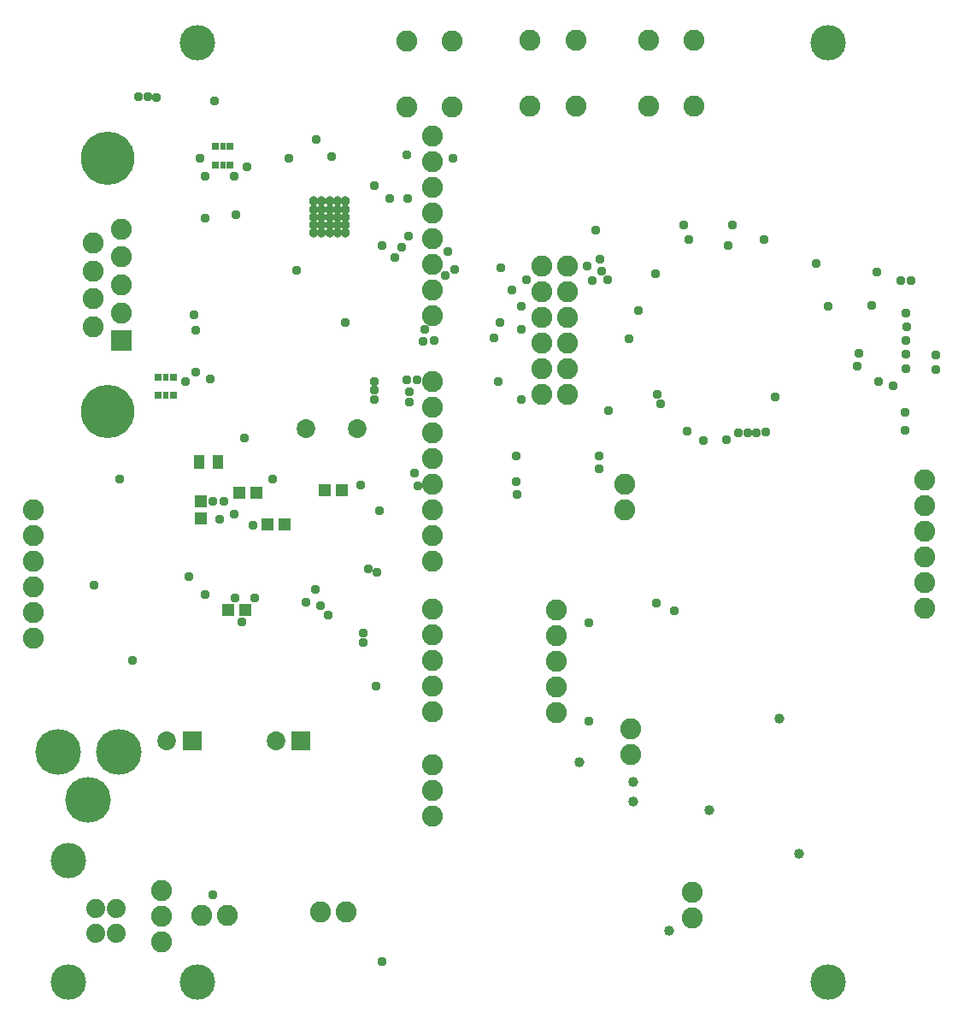
<source format=gbr>
G04 EAGLE Gerber X2 export*
%TF.Part,Single*%
%TF.FileFunction,Soldermask,Bot,1*%
%TF.FilePolarity,Negative*%
%TF.GenerationSoftware,Autodesk,EAGLE,8.6.0*%
%TF.CreationDate,2018-06-10T17:56:49Z*%
G75*
%MOMM*%
%FSLAX34Y34*%
%LPD*%
%AMOC8*
5,1,8,0,0,1.08239X$1,22.5*%
G01*
%ADD10C,1.854200*%
%ADD11R,1.854200X1.854200*%
%ADD12C,4.521200*%
%ADD13C,1.879600*%
%ADD14C,3.505200*%
%ADD15C,2.082800*%
%ADD16R,1.203200X1.303200*%
%ADD17R,1.303200X1.203200*%
%ADD18R,1.003200X1.403200*%
%ADD19C,0.965200*%
%ADD20R,0.803200X0.803200*%
%ADD21R,0.603200X0.803200*%
%ADD22R,2.082800X2.082800*%
%ADD23C,5.283200*%
%ADD24C,0.959600*%
%ADD25C,1.009600*%


D10*
X157363Y292100D03*
D11*
X182363Y292100D03*
D10*
X265313Y292100D03*
D11*
X290313Y292100D03*
D12*
X109695Y280353D03*
X49695Y280353D03*
X79695Y233353D03*
D13*
X107188Y100784D03*
X107188Y125784D03*
X87376Y125784D03*
X87376Y100784D03*
D14*
X60198Y53086D03*
X60198Y173482D03*
D15*
X152083Y143447D03*
X152083Y118047D03*
X152083Y92647D03*
D16*
X191135Y528565D03*
X191135Y511565D03*
D17*
X257248Y506095D03*
X274248Y506095D03*
D18*
X207755Y567690D03*
X189755Y567690D03*
D17*
X229308Y536893D03*
X246308Y536893D03*
D10*
X295085Y601091D03*
X345885Y601091D03*
D17*
X330763Y540068D03*
X313763Y540068D03*
X218513Y421323D03*
X235513Y421323D03*
D15*
X25400Y520700D03*
X25400Y495300D03*
X25400Y469900D03*
X25400Y444500D03*
X25400Y419100D03*
X25400Y393700D03*
X217488Y119063D03*
X192088Y119063D03*
X334963Y122238D03*
X309563Y122238D03*
X517589Y920115D03*
X517589Y985139D03*
X562801Y920115D03*
X562801Y985139D03*
X420688Y646875D03*
X420688Y621475D03*
X420688Y596075D03*
X420688Y570675D03*
X420688Y545275D03*
X420688Y519875D03*
X420688Y494475D03*
X420688Y469075D03*
X420688Y422275D03*
X420688Y396875D03*
X420688Y371475D03*
X420688Y346075D03*
X420688Y320675D03*
X420688Y268288D03*
X420688Y242888D03*
X420688Y217488D03*
X678434Y142240D03*
X678434Y116840D03*
X616712Y303276D03*
X616712Y277876D03*
D19*
X303022Y794258D03*
X303022Y802132D03*
X303022Y810006D03*
X303022Y817880D03*
X303022Y825754D03*
X310896Y794258D03*
X310896Y802132D03*
X310896Y810006D03*
X310896Y817880D03*
X310896Y825754D03*
X318770Y794258D03*
X318770Y802132D03*
X318770Y810006D03*
X318770Y817880D03*
X318770Y825754D03*
X326644Y794258D03*
X326644Y802132D03*
X326644Y810006D03*
X326644Y817880D03*
X326644Y825754D03*
X334518Y794258D03*
X334518Y802132D03*
X334518Y810006D03*
X334518Y817880D03*
X334518Y825754D03*
D20*
X220352Y879712D03*
D21*
X212852Y879712D03*
D20*
X205352Y879712D03*
X220352Y861712D03*
D21*
X212852Y861712D03*
D20*
X205352Y861712D03*
X163964Y651366D03*
D21*
X156464Y651366D03*
D20*
X148964Y651366D03*
X163964Y633366D03*
D21*
X156464Y633366D03*
D20*
X148964Y633366D03*
D15*
X395224Y919226D03*
X395224Y984250D03*
X440436Y919226D03*
X440436Y984250D03*
D22*
X112752Y687550D03*
D15*
X112752Y715250D03*
X112752Y742950D03*
X112752Y770650D03*
X112752Y798350D03*
X84352Y701450D03*
X84352Y729150D03*
X84352Y756750D03*
X84352Y784450D03*
D23*
X98552Y617950D03*
X98552Y867950D03*
D15*
X420688Y890270D03*
X420688Y864870D03*
X420688Y839470D03*
X420688Y814070D03*
X420688Y788670D03*
X420688Y763270D03*
X420688Y737870D03*
X420688Y712470D03*
X543814Y320040D03*
X543814Y345440D03*
X543814Y370840D03*
X543814Y396240D03*
X543814Y421640D03*
D14*
X812800Y53340D03*
X812800Y982980D03*
X187960Y982980D03*
X187960Y53340D03*
D15*
X529336Y762000D03*
X554736Y762000D03*
X529336Y736600D03*
X554736Y736600D03*
X529336Y711200D03*
X554736Y711200D03*
X529336Y685800D03*
X554736Y685800D03*
X529336Y660400D03*
X554736Y660400D03*
X529336Y635000D03*
X554736Y635000D03*
X634746Y920242D03*
X634746Y985266D03*
X679958Y920242D03*
X679958Y985266D03*
X908304Y550164D03*
X908304Y524764D03*
X908304Y499364D03*
X908304Y473964D03*
X908304Y448564D03*
X908304Y423164D03*
X610870Y520700D03*
X610870Y546100D03*
D24*
X209550Y511175D03*
X123825Y371475D03*
X244475Y433388D03*
X309563Y425450D03*
D25*
X655320Y103886D03*
X784098Y179832D03*
X695198Y223266D03*
X764540Y313690D03*
D24*
X321056Y870204D03*
X395224Y871474D03*
X237236Y859790D03*
X204978Y925068D03*
X190500Y868680D03*
X175768Y646938D03*
X184658Y713232D03*
X713488Y782094D03*
X674876Y787527D03*
X641604Y754380D03*
X749272Y787527D03*
X370840Y73660D03*
X203200Y139700D03*
X575564Y310896D03*
X575564Y408940D03*
X202883Y528638D03*
X242888Y504825D03*
X349250Y544513D03*
X368300Y519113D03*
X111125Y550863D03*
X261938Y550863D03*
X304800Y441325D03*
X410972Y687070D03*
X405384Y648744D03*
X595376Y618236D03*
X625094Y717296D03*
X214313Y528638D03*
X223838Y515938D03*
X234442Y591312D03*
X422656Y687578D03*
X481330Y690880D03*
X390144Y780034D03*
X433578Y752602D03*
X499618Y738124D03*
X860806Y755904D03*
X397002Y790956D03*
X442750Y758190D03*
X513588Y748284D03*
X855726Y722884D03*
X395478Y648744D03*
X363220Y647644D03*
X147574Y928370D03*
X586232Y768378D03*
X812409Y721731D03*
X365563Y458078D03*
X405984Y543878D03*
X397792Y637158D03*
X363220Y638556D03*
X138486Y929132D03*
X615696Y689836D03*
X594614Y747776D03*
X402590Y556514D03*
X397538Y627380D03*
X363220Y629468D03*
X129236Y929182D03*
X582422Y797336D03*
X894588Y747014D03*
X225425Y433388D03*
X231775Y409575D03*
X179388Y454025D03*
X317500Y415925D03*
X352425Y388938D03*
X365125Y346075D03*
X195263Y436563D03*
X295275Y428625D03*
X352425Y398463D03*
X85725Y445770D03*
X200152Y650240D03*
X334518Y705358D03*
X286004Y757682D03*
D25*
X566420Y270764D03*
X619252Y250698D03*
X619506Y231394D03*
D24*
X395986Y828548D03*
X363474Y841502D03*
X278638Y868172D03*
X226060Y812038D03*
X224282Y850900D03*
X195072Y850392D03*
X195326Y808736D03*
X186182Y697738D03*
X185928Y656844D03*
X305562Y886968D03*
X588038Y756598D03*
X643636Y634182D03*
X383032Y769874D03*
X413343Y699020D03*
X356774Y462142D03*
X487906Y705866D03*
X800862Y764540D03*
X435610Y775970D03*
X440688Y867920D03*
X370840Y781812D03*
X573504Y761832D03*
X843280Y675640D03*
X578796Y747240D03*
X862838Y647446D03*
X488162Y759742D03*
X884936Y747014D03*
X508508Y722122D03*
X508508Y699262D03*
X508762Y629412D03*
X876808Y643128D03*
X646430Y625094D03*
X841502Y662686D03*
X378460Y828294D03*
X585724Y573786D03*
X585470Y561086D03*
X660255Y420733D03*
X503936Y548132D03*
X642874Y427736D03*
X504190Y535686D03*
X485874Y646938D03*
X503428Y573786D03*
X669980Y801950D03*
X718060Y802132D03*
X711708Y589506D03*
X689356Y589054D03*
X723686Y596900D03*
X890098Y659932D03*
X732774Y596900D03*
X889508Y674116D03*
X741862Y596646D03*
X889960Y687578D03*
X750950Y596928D03*
X890524Y701802D03*
X759968Y631670D03*
X890016Y715264D03*
X919614Y659130D03*
X889000Y598932D03*
X919614Y673862D03*
X889254Y617220D03*
X672592Y597916D03*
M02*

</source>
